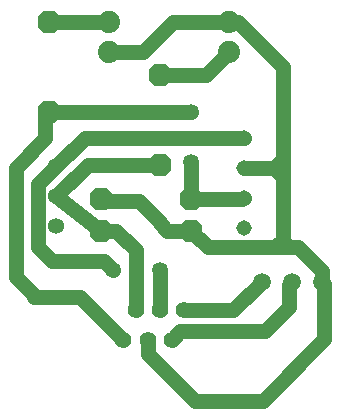
<source format=gbr>
G04 EAGLE Gerber X2 export*
%TF.Part,Single*%
%TF.FileFunction,Copper,L2,Bot,Mixed*%
%TF.FilePolarity,Positive*%
%TF.GenerationSoftware,Autodesk,EAGLE,9.0.0*%
%TF.CreationDate,2019-08-27T11:30:24Z*%
G75*
%MOMM*%
%FSLAX34Y34*%
%LPD*%
%AMOC8*
5,1,8,0,0,1.08239X$1,22.5*%
G01*
%ADD10C,1.508000*%
%ADD11P,2.089446X8X202.500000*%
%ADD12P,2.089446X8X22.500000*%
%ADD13C,1.308000*%
%ADD14C,1.358000*%
%ADD15C,1.879600*%
%ADD16P,2.089446X8X112.500000*%
%ADD17P,2.089446X8X292.500000*%
%ADD18C,1.408000*%
%ADD19C,1.270000*%
%ADD20C,1.350000*%


D10*
X396240Y123190D03*
X421640Y123190D03*
X447040Y123190D03*
D11*
X336550Y166370D03*
X260350Y166370D03*
D12*
X260350Y193040D03*
X336550Y193040D03*
D13*
X381000Y245110D03*
X381000Y219710D03*
X381000Y194310D03*
X381000Y168910D03*
D14*
X222250Y170180D03*
X222250Y195580D03*
X222250Y220980D03*
D15*
X266700Y342900D03*
X266700Y317500D03*
X368300Y317500D03*
X368300Y342900D03*
D16*
X309880Y222250D03*
X309880Y298450D03*
D17*
X215900Y342900D03*
X215900Y266700D03*
D18*
X330300Y99200D03*
X309900Y99200D03*
X289500Y99200D03*
X320100Y73800D03*
X299700Y73800D03*
X279300Y73800D03*
D19*
X320100Y73800D02*
X327580Y81280D01*
X419100Y120650D02*
X421640Y123190D01*
X419100Y120650D02*
X419100Y101600D01*
X398780Y81280D01*
X327580Y81280D01*
X207010Y205740D02*
X222250Y220980D01*
X207010Y205740D02*
X207010Y152400D01*
X222250Y220980D02*
X246380Y245110D01*
X381000Y245110D01*
D20*
X270510Y133350D03*
X309880Y133350D03*
D19*
X270510Y133350D02*
X262890Y140970D01*
X218440Y140970D02*
X207010Y152400D01*
X218440Y140970D02*
X262890Y140970D01*
X309880Y133350D02*
X309880Y99220D01*
X309900Y99200D01*
X261620Y191770D02*
X260350Y193040D01*
X261620Y191770D02*
X292100Y191770D01*
X309880Y173990D01*
X309880Y172720D01*
X316230Y166370D01*
X336550Y166370D01*
X350520Y152400D01*
X407670Y152400D01*
X419100Y152400D01*
X426720Y152400D01*
X447040Y132080D01*
X406400Y219710D02*
X381000Y219710D01*
X406400Y219710D02*
X414020Y212090D01*
X414020Y158750D01*
X407670Y152400D01*
X414020Y157480D02*
X414020Y158750D01*
X414020Y157480D02*
X419100Y152400D01*
X414020Y227330D02*
X414020Y304800D01*
X414020Y227330D02*
X414020Y212090D01*
X406400Y219710D02*
X414020Y227330D01*
X295910Y317500D02*
X266700Y317500D01*
X321310Y342900D02*
X368300Y342900D01*
X321310Y342900D02*
X295910Y317500D01*
X368300Y342900D02*
X375920Y342900D01*
X414020Y304800D01*
X447040Y132080D02*
X447040Y123190D01*
X448820Y121410D01*
X299700Y73800D02*
X299700Y62250D01*
X339460Y22490D02*
X397140Y22490D01*
X339460Y22490D02*
X299700Y62250D01*
X448820Y74170D02*
X448820Y121410D01*
X448820Y74170D02*
X397140Y22490D01*
X372250Y99200D02*
X330300Y99200D01*
X372250Y99200D02*
X396240Y123190D01*
X379730Y193040D02*
X336550Y193040D01*
X379730Y193040D02*
X381000Y194310D01*
X212725Y244475D02*
X187960Y219710D01*
X212725Y263525D02*
X215900Y266700D01*
X212725Y263525D02*
X212725Y244475D01*
D20*
X336550Y266700D03*
X336550Y224790D03*
D19*
X336550Y266700D02*
X215900Y266700D01*
X336550Y224790D02*
X336550Y193040D01*
X242610Y110490D02*
X279300Y73800D01*
X242610Y110490D02*
X203200Y110490D01*
X187960Y127000D02*
X187960Y219710D01*
X187960Y127000D02*
X203200Y111760D01*
X203200Y110490D01*
X260350Y166370D02*
X222250Y195580D01*
X248920Y222250D01*
X309880Y222250D01*
X289500Y149800D02*
X289500Y99200D01*
X272930Y166370D02*
X260350Y166370D01*
X272930Y166370D02*
X289500Y149800D01*
X309880Y298450D02*
X349250Y298450D01*
X368300Y317500D01*
X266700Y342900D02*
X215900Y342900D01*
M02*

</source>
